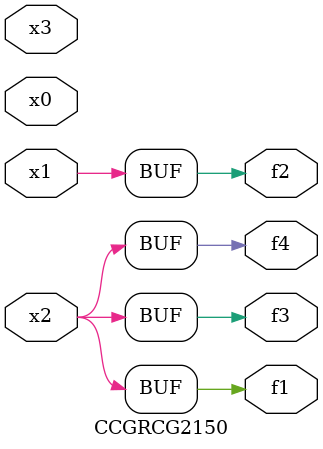
<source format=v>
module CCGRCG2150(
	input x0, x1, x2, x3,
	output f1, f2, f3, f4
);
	assign f1 = x2;
	assign f2 = x1;
	assign f3 = x2;
	assign f4 = x2;
endmodule

</source>
